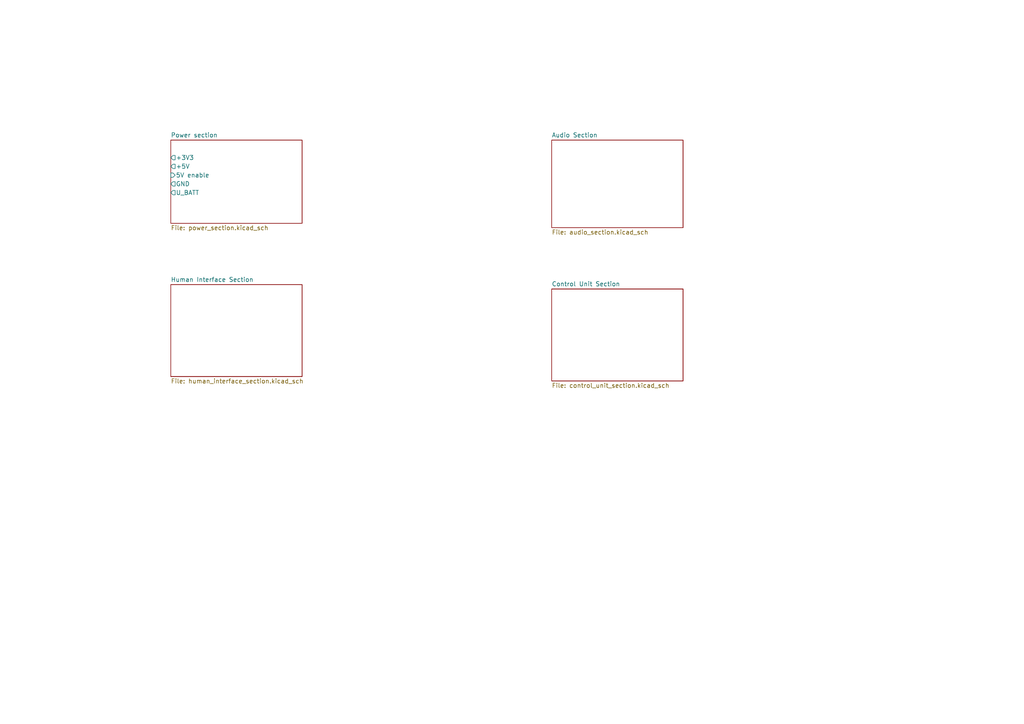
<source format=kicad_sch>
(kicad_sch
	(version 20250114)
	(generator "eeschema")
	(generator_version "9.0")
	(uuid "ba6f8fdb-f4fe-4618-8996-8010efc6ab22")
	(paper "A4")
	(lib_symbols)
	(sheet
		(at 160.02 40.64)
		(size 38.1 25.4)
		(exclude_from_sim no)
		(in_bom yes)
		(on_board yes)
		(dnp no)
		(fields_autoplaced yes)
		(stroke
			(width 0.1524)
			(type solid)
		)
		(fill
			(color 0 0 0 0.0000)
		)
		(uuid "1cc4485c-21de-4da4-8687-5322240d5e0f")
		(property "Sheetname" "Audio Section"
			(at 160.02 39.9284 0)
			(effects
				(font
					(size 1.27 1.27)
				)
				(justify left bottom)
			)
		)
		(property "Sheetfile" "audio_section.kicad_sch"
			(at 160.02 66.6246 0)
			(effects
				(font
					(size 1.27 1.27)
				)
				(justify left top)
			)
		)
		(instances
			(project "pyheld_pcb"
				(path "/ba6f8fdb-f4fe-4618-8996-8010efc6ab22"
					(page "4")
				)
			)
		)
	)
	(sheet
		(at 160.02 83.82)
		(size 38.1 26.67)
		(exclude_from_sim no)
		(in_bom yes)
		(on_board yes)
		(dnp no)
		(fields_autoplaced yes)
		(stroke
			(width 0.1524)
			(type solid)
		)
		(fill
			(color 0 0 0 0.0000)
		)
		(uuid "3af38107-ae62-442b-80c2-920f7d10f831")
		(property "Sheetname" "Control Unit Section"
			(at 160.02 83.1084 0)
			(effects
				(font
					(size 1.27 1.27)
				)
				(justify left bottom)
			)
		)
		(property "Sheetfile" "control_unit_section.kicad_sch"
			(at 160.02 111.0746 0)
			(effects
				(font
					(size 1.27 1.27)
				)
				(justify left top)
			)
		)
		(instances
			(project "pyheld_pcb"
				(path "/ba6f8fdb-f4fe-4618-8996-8010efc6ab22"
					(page "5")
				)
			)
		)
	)
	(sheet
		(at 49.53 40.64)
		(size 38.1 24.13)
		(exclude_from_sim no)
		(in_bom yes)
		(on_board yes)
		(dnp no)
		(fields_autoplaced yes)
		(stroke
			(width 0.1524)
			(type solid)
		)
		(fill
			(color 0 0 0 0.0000)
		)
		(uuid "8e77bdff-0a46-47f6-a74e-809a346ab3b1")
		(property "Sheetname" "Power section"
			(at 49.53 39.9284 0)
			(effects
				(font
					(size 1.27 1.27)
				)
				(justify left bottom)
			)
		)
		(property "Sheetfile" "power_section.kicad_sch"
			(at 49.53 65.3546 0)
			(effects
				(font
					(size 1.27 1.27)
				)
				(justify left top)
			)
		)
		(pin "+3V3" output
			(at 49.53 45.72 180)
			(uuid "9460dc8f-ce9f-4a4c-86b1-dcc945612789")
			(effects
				(font
					(size 1.27 1.27)
				)
				(justify left)
			)
		)
		(pin "+5V" output
			(at 49.53 48.26 180)
			(uuid "34f6f593-4170-48fb-91ee-2e81ed00b54d")
			(effects
				(font
					(size 1.27 1.27)
				)
				(justify left)
			)
		)
		(pin "5V enable" input
			(at 49.53 50.8 180)
			(uuid "23b44947-fb25-4ed9-ae3b-3e79293b3fcf")
			(effects
				(font
					(size 1.27 1.27)
				)
				(justify left)
			)
		)
		(pin "GND" output
			(at 49.53 53.34 180)
			(uuid "acba4e98-0928-4d2f-83cb-b634b406e145")
			(effects
				(font
					(size 1.27 1.27)
				)
				(justify left)
			)
		)
		(pin "U_BATT" output
			(at 49.53 55.88 180)
			(uuid "52dce596-97f2-4ca1-809e-b455dbb9d7ea")
			(effects
				(font
					(size 1.27 1.27)
				)
				(justify left)
			)
		)
		(instances
			(project "pyheld_pcb"
				(path "/ba6f8fdb-f4fe-4618-8996-8010efc6ab22"
					(page "2")
				)
			)
		)
	)
	(sheet
		(at 49.53 82.55)
		(size 38.1 26.67)
		(exclude_from_sim no)
		(in_bom yes)
		(on_board yes)
		(dnp no)
		(fields_autoplaced yes)
		(stroke
			(width 0.1524)
			(type solid)
		)
		(fill
			(color 0 0 0 0.0000)
		)
		(uuid "c186da3b-6837-408c-8635-87d94221f602")
		(property "Sheetname" "Human Interface Section"
			(at 49.53 81.8384 0)
			(effects
				(font
					(size 1.27 1.27)
				)
				(justify left bottom)
			)
		)
		(property "Sheetfile" "human_interface_section.kicad_sch"
			(at 49.53 109.8046 0)
			(effects
				(font
					(size 1.27 1.27)
				)
				(justify left top)
			)
		)
		(instances
			(project "pyheld_pcb"
				(path "/ba6f8fdb-f4fe-4618-8996-8010efc6ab22"
					(page "3")
				)
			)
		)
	)
	(sheet_instances
		(path "/"
			(page "1")
		)
	)
	(embedded_fonts no)
)

</source>
